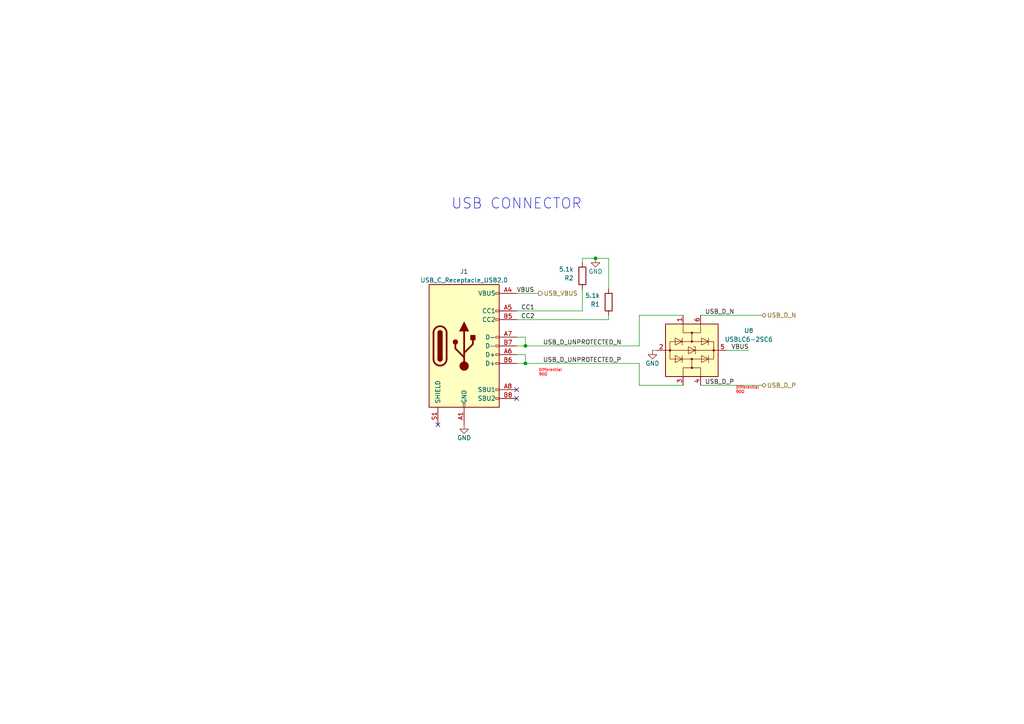
<source format=kicad_sch>
(kicad_sch (version 20230121) (generator eeschema)
  (paper "A4")
  (title_block (title "Payload 2023 CM4 Board") (date "2023-04-25") (rev "0.1WIP") (company "AGH Space Systems") (comment 1 "Filip Tomczyk") (comment 2 "SQ3TLE.DEV"))
  (lib_symbols
    (symbol "Connector:USB_C_Receptacle_USB2.0" (pin_names (offset 1.016))
      (property "Reference" "J" (at -10.16 19.05 0))
      (property "Value" "USB_C_Receptacle_USB2.0" (at 19.05 19.05 0))
      (symbol "USB_C_Receptacle_USB2.0_0_0"
        (rectangle (start -0.254 -17.78) (end 0.254 -16.764))
        (rectangle (start 10.16 -14.986) (end 9.144 -15.494))
        (rectangle (start 10.16 -12.446) (end 9.144 -12.954))
        (rectangle (start 10.16 -4.826) (end 9.144 -5.334))
        (rectangle (start 10.16 -2.286) (end 9.144 -2.794))
        (rectangle (start 10.16 0.254) (end 9.144 -0.254))
        (rectangle (start 10.16 2.794) (end 9.144 2.286))
        (rectangle (start 10.16 7.874) (end 9.144 7.366))
        (rectangle (start 10.16 10.414) (end 9.144 9.906))
        (rectangle (start 10.16 15.494) (end 9.144 14.986))
      )
      (symbol "USB_C_Receptacle_USB2.0_0_1"
        (rectangle (start -10.16 17.78) (end 10.16 -17.78) (stroke (width 0.254)) (fill (type background)))
        (arc (start -8.89 -3.81) (mid -6.985 -5.7067) (end -5.08 -3.81) (stroke (width 0.508)))
        (arc (start -7.62 -3.81) (mid -6.985 -4.4423) (end -6.35 -3.81) (stroke (width 0.254)))
        (arc (start -7.62 -3.81) (mid -6.985 -4.4423) (end -6.35 -3.81) (stroke (width 0.254)) (fill (type outline)))
        (rectangle (start -7.62 -3.81) (end -6.35 3.81) (stroke (width 0.254)) (fill (type outline)))
        (arc (start -6.35 3.81) (mid -6.985 4.4423) (end -7.62 3.81) (stroke (width 0.254)))
        (arc (start -6.35 3.81) (mid -6.985 4.4423) (end -7.62 3.81) (stroke (width 0.254)) (fill (type outline)))
        (arc (start -5.08 3.81) (mid -6.985 5.7067) (end -8.89 3.81) (stroke (width 0.508)))
        (circle (center -2.54 1.143) (radius 0.635) (stroke (width 0.254)) (fill (type outline)))
        (circle (center 0 -5.842) (radius 1.27) (fill (type outline)))
        (polyline (pts (xy -8.89 -3.81) (xy -8.89 3.81)) (stroke (width 0.508)))
        (polyline (pts (xy -5.08 3.81) (xy -5.08 -3.81)) (stroke (width 0.508)))
        (polyline (pts (xy 0 -5.842) (xy 0 4.318)) (stroke (width 0.508)))
        (polyline (pts (xy 0 -3.302) (xy -2.54 -0.762) (xy -2.54 0.508)) (stroke (width 0.508)))
        (polyline (pts (xy 0 -2.032) (xy 2.54 0.508) (xy 2.54 1.778)) (stroke (width 0.508)))
        (polyline (pts (xy -1.27 4.318) (xy 0 6.858) (xy 1.27 4.318) (xy -1.27 4.318)) (stroke (width 0.254)) (fill (type outline)))
        (rectangle (start 1.905 1.778) (end 3.175 3.048) (stroke (width 0.254)) (fill (type outline)))
      )
      (symbol "USB_C_Receptacle_USB2.0_1_1"
        (pin passive line (at 0 -22.86 90) (length 5.08) (name "GND") (number "A1"))
        (pin passive line (at 0 -22.86 90) (length 5.08) hide (name "GND") (number "A12"))
        (pin passive line (at 15.24 15.24 180) (length 5.08) (name "VBUS") (number "A4"))
        (pin bidirectional line (at 15.24 10.16 180) (length 5.08) (name "CC1") (number "A5"))
        (pin bidirectional line (at 15.24 -2.54 180) (length 5.08) (name "D+") (number "A6"))
        (pin bidirectional line (at 15.24 2.54 180) (length 5.08) (name "D-") (number "A7"))
        (pin bidirectional line (at 15.24 -12.7 180) (length 5.08) (name "SBU1") (number "A8"))
        (pin passive line (at 15.24 15.24 180) (length 5.08) hide (name "VBUS") (number "A9"))
        (pin passive line (at 0 -22.86 90) (length 5.08) hide (name "GND") (number "B1"))
        (pin passive line (at 0 -22.86 90) (length 5.08) hide (name "GND") (number "B12"))
        (pin passive line (at 15.24 15.24 180) (length 5.08) hide (name "VBUS") (number "B4"))
        (pin bidirectional line (at 15.24 7.62 180) (length 5.08) (name "CC2") (number "B5"))
        (pin bidirectional line (at 15.24 -5.08 180) (length 5.08) (name "D+") (number "B6"))
        (pin bidirectional line (at 15.24 0 180) (length 5.08) (name "D-") (number "B7"))
        (pin bidirectional line (at 15.24 -15.24 180) (length 5.08) (name "SBU2") (number "B8"))
        (pin passive line (at 15.24 15.24 180) (length 5.08) hide (name "VBUS") (number "B9"))
        (pin passive line (at -7.62 -22.86 90) (length 5.08) (name "SHIELD") (number "S1"))
      )
    )
    (symbol "Device:R" (pin_numbers hide) (pin_names (offset 0))
      (property "Reference" "R" (at 2.032 0 90))
      (property "Value" "R" (at 0 0 90))
      (symbol "R_0_1"
        (rectangle (start -1.016 -2.54) (end 1.016 2.54) (stroke (width 0.254)))
      )
      (symbol "R_1_1"
        (pin passive line (at 0 3.81 270) (length 1.27) (name "~") (number "1"))
        (pin passive line (at 0 -3.81 90) (length 1.27) (name "~") (number "2"))
      )
    )
    (symbol "Power_Protection:USBLC6-2SC6" (pin_names hide)
      (property "Reference" "U" (at 2.54 8.89 0))
      (property "Value" "USBLC6-2SC6" (at 2.54 -8.89 0))
      (symbol "USBLC6-2SC6_0_1"
        (rectangle (start -7.62 -7.62) (end 7.62 7.62) (stroke (width 0.254)) (fill (type background)))
        (circle (center -5.08 0) (radius 0.254) (fill (type outline)))
        (circle (center -2.54 0) (radius 0.254) (fill (type outline)))
        (rectangle (start -2.54 6.35) (end 2.54 -6.35))
        (circle (center 0 -6.35) (radius 0.254) (fill (type outline)))
        (polyline (pts (xy -5.08 -2.54) (xy -7.62 -2.54)))
        (polyline (pts (xy -5.08 0) (xy -5.08 -2.54)))
        (polyline (pts (xy -5.08 2.54) (xy -7.62 2.54)))
        (polyline (pts (xy -1.524 -2.794) (xy -3.556 -2.794)))
        (polyline (pts (xy -1.524 4.826) (xy -3.556 4.826)))
        (polyline (pts (xy 0 -7.62) (xy 0 -6.35)))
        (polyline (pts (xy 0 -6.35) (xy 0 1.27)))
        (polyline (pts (xy 0 1.27) (xy 0 6.35)))
        (polyline (pts (xy 0 6.35) (xy 0 7.62)))
        (polyline (pts (xy 1.524 -2.794) (xy 3.556 -2.794)))
        (polyline (pts (xy 1.524 4.826) (xy 3.556 4.826)))
        (polyline (pts (xy 5.08 -2.54) (xy 7.62 -2.54)))
        (polyline (pts (xy 5.08 0) (xy 5.08 -2.54)))
        (polyline (pts (xy 5.08 2.54) (xy 7.62 2.54)))
        (polyline (pts (xy -2.54 0) (xy -5.08 0) (xy -5.08 2.54)))
        (polyline (pts (xy 2.54 0) (xy 5.08 0) (xy 5.08 2.54)))
        (polyline (pts (xy -3.556 -4.826) (xy -1.524 -4.826) (xy -2.54 -2.794) (xy -3.556 -4.826)))
        (polyline (pts (xy -3.556 2.794) (xy -1.524 2.794) (xy -2.54 4.826) (xy -3.556 2.794)))
        (polyline (pts (xy -1.016 -1.016) (xy 1.016 -1.016) (xy 0 1.016) (xy -1.016 -1.016)))
        (polyline (pts (xy 1.016 1.016) (xy 0.762 1.016) (xy -1.016 1.016) (xy -1.016 0.508)))
        (polyline (pts (xy 3.556 -4.826) (xy 1.524 -4.826) (xy 2.54 -2.794) (xy 3.556 -4.826)))
        (polyline (pts (xy 3.556 2.794) (xy 1.524 2.794) (xy 2.54 4.826) (xy 3.556 2.794)))
        (circle (center 0 6.35) (radius 0.254) (fill (type outline)))
        (circle (center 2.54 0) (radius 0.254) (fill (type outline)))
        (circle (center 5.08 0) (radius 0.254) (fill (type outline)))
      )
      (symbol "USBLC6-2SC6_1_1"
        (pin passive line (at -10.16 -2.54 0) (length 2.54) (name "I/O1") (number "1"))
        (pin passive line (at 0 -10.16 90) (length 2.54) (name "GND") (number "2"))
        (pin passive line (at 10.16 -2.54 180) (length 2.54) (name "I/O2") (number "3"))
        (pin passive line (at 10.16 2.54 180) (length 2.54) (name "I/O2") (number "4"))
        (pin passive line (at 0 10.16 270) (length 2.54) (name "VBUS") (number "5"))
        (pin passive line (at -10.16 2.54 0) (length 2.54) (name "I/O1") (number "6"))
      )
    )
    (symbol "power:GND" (power) (pin_names (offset 0))
      (property "Value" "GND" (at 0 -3.81 0))
      (symbol "GND_0_1"
        (polyline (pts (xy 0 0) (xy 0 -1.27) (xy 1.27 -1.27) (xy 0 -2.54) (xy -1.27 -1.27) (xy 0 -1.27)))
      )
      (symbol "GND_1_1"
        (pin power_in line (at 0 0 270) (length 0) hide (name "GND") (number "1"))
      )
    )
  )
  (junction (at 152.4 100.33))
  (junction (at 152.4 105.41))
  (junction (at 172.72 74.93))
  (no_connect (at 127 123.19))
  (no_connect (at 149.86 115.57))
  (no_connect (at 149.86 113.03))
  (wire (pts (xy 203.2 91.44) (xy 220.98 91.44)))
  (wire (pts (xy 152.4 97.79) (xy 152.4 100.33)))
  (wire (pts (xy 152.4 100.33) (xy 185.42 100.33)))
  (wire (pts (xy 156.21 85.09) (xy 149.86 85.09)))
  (wire (pts (xy 198.12 91.44) (xy 185.42 91.44)))
  (wire (pts (xy 149.86 92.71) (xy 176.53 92.71)))
  (wire (pts (xy 203.2 111.76) (xy 220.98 111.76)))
  (wire (pts (xy 168.91 90.17) (xy 168.91 83.82)))
  (wire (pts (xy 149.86 90.17) (xy 168.91 90.17)))
  (wire (pts (xy 152.4 105.41) (xy 185.42 105.41)))
  (wire (pts (xy 149.86 105.41) (xy 152.4 105.41)))
  (wire (pts (xy 152.4 102.87) (xy 152.4 105.41)))
  (wire (pts (xy 172.72 74.93) (xy 168.91 74.93)))
  (wire (pts (xy 176.53 92.71) (xy 176.53 91.44)))
  (wire (pts (xy 210.82 101.6) (xy 217.17 101.6)))
  (wire (pts (xy 176.53 74.93) (xy 172.72 74.93)))
  (wire (pts (xy 152.4 100.33) (xy 149.86 100.33)))
  (wire (pts (xy 189.23 101.6) (xy 190.5 101.6)))
  (wire (pts (xy 176.53 83.82) (xy 176.53 74.93)))
  (wire (pts (xy 149.86 102.87) (xy 152.4 102.87)))
  (wire (pts (xy 149.86 97.79) (xy 152.4 97.79)))
  (wire (pts (xy 185.42 111.76) (xy 198.12 111.76)))
  (wire (pts (xy 185.42 105.41) (xy 185.42 111.76)))
  (wire (pts (xy 185.42 91.44) (xy 185.42 100.33)))
  (wire (pts (xy 168.91 76.2) (xy 168.91 74.93)))
  (text "USB CONNECTOR" (at 130.81 60.96 0) (effects (font (size 3 3)) (justify left bottom)))
  (text "Differential\n90Ω" (at 156.21 109.22 0) (effects (font (size 0.8 0.8)) (justify left bottom)))
  (text "Differential\n90Ω" (at 213.36 114.3 0) (effects (font (size 0.8 0.8)) (justify left bottom)))
  (label "USB_D_UNPROTECTED_N" (at 157.48 100.33 0))
  (label "VBUS" (at 149.86 85.09 0))
  (label "USB_D_N" (at 204.47 91.44 0))
  (label "USB_D_P" (at 204.47 111.76 0))
  (label "CC1" (at 151.13 90.17 0))
  (label "VBUS" (at 217.17 101.6 180))
  (label "USB_D_UNPROTECTED_P" (at 157.48 105.41 0))
  (label "CC2" (at 151.13 92.71 0))
  (hierarchical_label "USB_VBUS" (shape output) (at 156.21 85.09 0))
  (hierarchical_label "USB_D_P" (shape bidirectional) (at 220.98 111.76 0))
  (hierarchical_label "USB_D_N" (shape bidirectional) (at 220.98 91.44 0))
  (symbol (lib_id "Power_Protection:USBLC6-2SC6") (at 200.66 101.6 270) (unit 1)
    (property "Reference" "U8" (at 217.17 95.9103 90))
    (property "Value" "USBLC6-2SC6" (at 217.17 98.4503 90))
    (property "Footprint" "Package_TO_SOT_SMD:SOT-23-6" (effects hide))
    (property "Datasheet" "https://www.st.com/resource/en/datasheet/usblc6-2.pdf" (effects hide))
  )
  (symbol (lib_id "Device:R") (at 168.91 80.01 180) (unit 1)
    (property "Reference" "R2" (at 166.37 80.645 0) (effects (justify left)))
    (property "Value" "5.1k" (at 166.37 78.105 0) (effects (justify left)))
    (property "Footprint" "Capacitor_SMD:C_0402_1005Metric" (effects hide))
  )
  (symbol (lib_id "power:GND") (at 189.23 101.6 0) (unit 1)
    (property "Reference" "#PWR033" (effects hide))
    (property "Value" "GND" (at 189.23 105.41 0))
  )
  (symbol (lib_id "Device:R") (at 176.53 87.63 0) (unit 1)
    (property "Reference" "R1" (at 173.99 88.265 0) (effects (justify right)))
    (property "Value" "5.1k" (at 173.99 85.725 0) (effects (justify right)))
    (property "Footprint" "Capacitor_SMD:C_0402_1005Metric" (effects hide))
  )
  (symbol (lib_id "power:GND") (at 134.62 123.19 0) (unit 1)
    (property "Reference" "#PWR02" (effects hide))
    (property "Value" "GND" (at 134.62 127 0))
  )
  (symbol (lib_id "power:GND") (at 172.72 74.93 0) (unit 1)
    (property "Reference" "#PWR01" (effects hide))
    (property "Value" "GND" (at 172.72 78.74 0))
  )
  (symbol (lib_id "Connector:USB_C_Receptacle_USB2.0") (at 134.62 100.33 0) (unit 1)
    (property "Reference" "J1" (at 134.62 78.74 0))
    (property "Value" "USB_C_Receptacle_USB2.0" (at 134.62 81.28 0))
    (property "Footprint" "Connector_USB:USB_C_Receptacle_GCT_USB4105-xx-A_16P_TopMnt_Horizontal" (effects hide))
    (property "Datasheet" "https://www.usb.org/sites/default/files/documents/usb_type-c.zip" (effects hide))
  )
)
</source>
